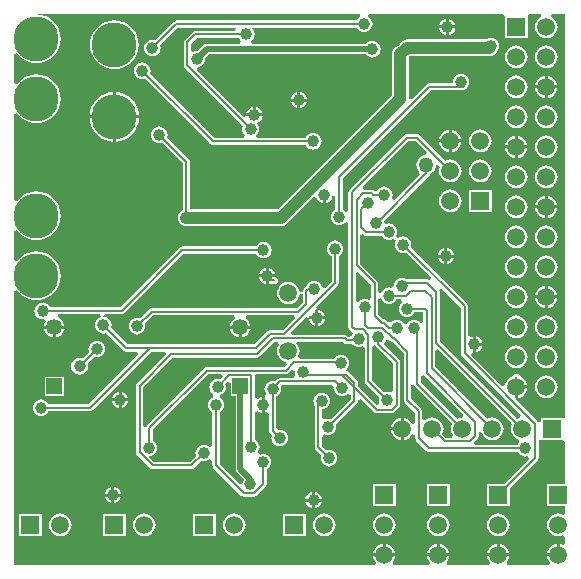
<source format=gbl>
%FSLAX25Y25*%
%MOIN*%
G70*
G01*
G75*
G04 Layer_Physical_Order=2*
G04 Layer_Color=16711680*
%ADD10R,0.04331X0.03937*%
%ADD11R,0.03937X0.04331*%
%ADD12R,0.06496X0.01181*%
%ADD13O,0.04921X0.01181*%
%ADD14O,0.02165X0.06496*%
%ADD15O,0.06496X0.02165*%
%ADD16R,0.08465X0.01575*%
%ADD17R,0.08465X0.01575*%
%ADD18R,0.15748X0.39370*%
%ADD19R,0.05906X0.05118*%
%ADD20O,0.07087X0.02362*%
%ADD21R,0.16535X0.16535*%
%ADD22C,0.03937*%
%ADD23C,0.00787*%
%ADD24C,0.01000*%
%ADD25C,0.01575*%
%ADD26C,0.01969*%
%ADD27C,0.01181*%
%ADD28C,0.07874*%
%ADD29C,0.01890*%
%ADD30C,0.00630*%
%ADD31C,0.03150*%
%ADD32C,0.01260*%
%ADD33C,0.05906*%
%ADD34C,0.05906*%
%ADD35R,0.05906X0.05906*%
%ADD36C,0.15000*%
%ADD37R,0.05906X0.05906*%
%ADD38R,0.05315X0.05315*%
%ADD39C,0.05315*%
%ADD40C,0.05000*%
%ADD41C,0.03937*%
G36*
X316649Y380648D02*
X317039Y380387D01*
X317500Y380296D01*
X319334D01*
X319534Y380034D01*
X320110Y379593D01*
X320781Y379315D01*
X321500Y379220D01*
X322219Y379315D01*
X322627Y379484D01*
X323445Y378937D01*
Y367850D01*
X323445Y367850D01*
X323537Y367390D01*
X323798Y366999D01*
X328292Y362505D01*
X328215Y362319D01*
X328120Y361600D01*
X328215Y360881D01*
X328376Y360492D01*
X327557Y359946D01*
X321204Y366299D01*
Y367299D01*
X321204Y367299D01*
X321113Y367760D01*
X320851Y368151D01*
X320851Y368151D01*
X318133Y370869D01*
X317743Y371130D01*
X317282Y371222D01*
X317282Y371222D01*
X317282Y371717D01*
X317565Y371935D01*
X318007Y372510D01*
X318285Y373181D01*
X318380Y373900D01*
X318285Y374619D01*
X318007Y375290D01*
X317565Y375866D01*
X316990Y376307D01*
X316319Y376585D01*
X315600Y376680D01*
X314881Y376585D01*
X314210Y376307D01*
X313634Y375866D01*
X313242Y375354D01*
X301838D01*
X301291Y376172D01*
X301644Y377024D01*
X301772Y378000D01*
X301644Y378976D01*
X301267Y379886D01*
X300668Y380667D01*
X300757Y380930D01*
X316367D01*
X316649Y380648D01*
D02*
G37*
G36*
X344114Y444183D02*
X344000Y443316D01*
X343142Y443203D01*
X342342Y442872D01*
X341655Y442345D01*
X341128Y441658D01*
X340797Y440858D01*
X340684Y440000D01*
X340797Y439142D01*
X341128Y438342D01*
X341655Y437655D01*
X341700Y437621D01*
X341764Y436639D01*
X333252Y428127D01*
X332434Y428674D01*
X332685Y429281D01*
X332780Y430000D01*
X332685Y430719D01*
X332407Y431390D01*
X331965Y431965D01*
X331390Y432407D01*
X330719Y432685D01*
X330000Y432780D01*
X329281Y432685D01*
X328610Y432407D01*
X328034Y431965D01*
X327593Y431390D01*
Y431390D01*
X326731Y431351D01*
X326341Y431612D01*
X325880Y431703D01*
X325880Y431703D01*
X323193D01*
X322816Y432613D01*
X337999Y447796D01*
X340501D01*
X344114Y444183D01*
D02*
G37*
G36*
X326504Y379955D02*
Y379955D01*
X327149Y379549D01*
X332896Y373801D01*
Y364797D01*
X332652Y364479D01*
X332077Y364095D01*
X331619Y364285D01*
X330900Y364380D01*
X330181Y364285D01*
X329995Y364208D01*
X325854Y368349D01*
Y379107D01*
X326504Y379955D01*
D01*
D02*
G37*
G36*
X294856Y380047D02*
X294733Y379886D01*
X294356Y378976D01*
X294228Y378000D01*
X294356Y377024D01*
X294733Y376114D01*
X295333Y375332D01*
X296114Y374733D01*
X297024Y374356D01*
X297184Y374335D01*
X297501Y373403D01*
X296702Y372604D01*
X270800D01*
X270339Y372513D01*
X269949Y372252D01*
X250748Y353051D01*
X250546Y352749D01*
X249604Y353034D01*
Y365801D01*
X259548Y375745D01*
X287550D01*
X287550Y375745D01*
X288011Y375837D01*
X288402Y376098D01*
X293234Y380930D01*
X294421D01*
X294856Y380047D01*
D02*
G37*
G36*
X276084Y369286D02*
X275317Y368519D01*
X275131Y368596D01*
X274412Y368691D01*
X273692Y368596D01*
X273022Y368318D01*
X272446Y367877D01*
X272005Y367301D01*
X271727Y366630D01*
X271632Y365911D01*
X271727Y365192D01*
X272005Y364521D01*
X272446Y363946D01*
X273022Y363504D01*
X273022Y362519D01*
X272510Y362307D01*
X271935Y361865D01*
X271493Y361290D01*
X271215Y360619D01*
X271120Y359900D01*
X271215Y359181D01*
X271493Y358510D01*
X271935Y357934D01*
X272510Y357493D01*
X272696Y357416D01*
Y346579D01*
X271765Y345866D01*
X271190Y346307D01*
X270519Y346585D01*
X269800Y346680D01*
X269081Y346585D01*
X268410Y346307D01*
X267834Y345866D01*
X267393Y345290D01*
X267115Y344619D01*
X267020Y343900D01*
X267115Y343181D01*
X267192Y342995D01*
X265201Y341004D01*
X253299D01*
X251561Y342742D01*
X251600Y342820D01*
X252319Y342915D01*
X252990Y343193D01*
X253566Y343635D01*
X254007Y344210D01*
X254285Y344881D01*
X254380Y345600D01*
X254285Y346319D01*
X254007Y346990D01*
X253566Y347566D01*
X252990Y348007D01*
X252804Y348084D01*
Y351701D01*
X271299Y370196D01*
X275708D01*
X276084Y369286D01*
D02*
G37*
G36*
X355596Y392301D02*
Y377100D01*
X355596Y377100D01*
X355687Y376639D01*
X355948Y376249D01*
X375588Y356609D01*
X375272Y355677D01*
X375024Y355644D01*
X374342Y355361D01*
X348503Y381200D01*
Y397559D01*
X348503Y397559D01*
X348412Y398020D01*
X348251Y398261D01*
X349011Y398886D01*
X355596Y392301D01*
D02*
G37*
G36*
X343298Y369599D02*
X356131Y356766D01*
X356066Y356276D01*
X355890Y355758D01*
X355024Y355644D01*
X354342Y355361D01*
X342204Y367499D01*
Y369541D01*
X343146Y369826D01*
X343298Y369599D01*
D02*
G37*
G36*
X339887Y366539D02*
X340148Y366148D01*
X352639Y353658D01*
X352356Y352976D01*
X352228Y352000D01*
X352356Y351024D01*
X352733Y350114D01*
X352907Y349887D01*
X352472Y349004D01*
X350699D01*
X349361Y350342D01*
X349644Y351024D01*
X349772Y352000D01*
X349644Y352976D01*
X349267Y353886D01*
X348668Y354667D01*
X347886Y355267D01*
X346976Y355644D01*
X346000Y355772D01*
X345024Y355644D01*
X344114Y355267D01*
X343587Y354863D01*
X342704Y355298D01*
Y357800D01*
X342613Y358261D01*
X342352Y358651D01*
X338904Y362099D01*
Y366461D01*
X339884Y366558D01*
X339887Y366539D01*
D02*
G37*
G36*
X278752Y367262D02*
Y362909D01*
X280394D01*
Y338600D01*
X280394Y338600D01*
X280496Y338088D01*
X280517Y337985D01*
X280865Y337465D01*
X280865Y337465D01*
X280865Y337465D01*
Y337465D01*
X283184Y335146D01*
X283065Y334991D01*
X282807Y334368D01*
X282752Y333950D01*
X281820Y333634D01*
X275104Y340349D01*
Y357416D01*
X275290Y357493D01*
X275866Y357934D01*
X276307Y358510D01*
X276585Y359181D01*
X276680Y359900D01*
X276585Y360619D01*
X276307Y361290D01*
X275866Y361865D01*
X275290Y362307D01*
X275290Y363292D01*
X275802Y363504D01*
X276377Y363946D01*
X276819Y364521D01*
X277097Y365192D01*
X277191Y365911D01*
X277097Y366630D01*
X277020Y366816D01*
X277843Y367639D01*
X278752Y367262D01*
D02*
G37*
G36*
X372639Y353658D02*
X372356Y352976D01*
X372228Y352000D01*
X372356Y351024D01*
X372733Y350114D01*
X373333Y349332D01*
X374114Y348733D01*
X375024Y348356D01*
X375024Y348356D01*
X375024D01*
X375034Y347465D01*
X374593Y346890D01*
X374516Y346704D01*
X360293D01*
X359917Y347614D01*
X361052Y348748D01*
X361052Y348748D01*
X361208Y348983D01*
X361313Y349139D01*
X361404Y349600D01*
Y350799D01*
X362370Y350991D01*
X362733Y350114D01*
X363333Y349332D01*
X364114Y348733D01*
X365024Y348356D01*
X366000Y348228D01*
X366976Y348356D01*
X367886Y348733D01*
X368668Y349332D01*
X369267Y350114D01*
X369644Y351024D01*
X369772Y352000D01*
X369644Y352976D01*
X369267Y353886D01*
X368668Y354667D01*
X367886Y355267D01*
X366976Y355644D01*
X366000Y355772D01*
X365024Y355644D01*
X364342Y355361D01*
X346929Y372774D01*
Y378082D01*
X347838Y378459D01*
X372639Y353658D01*
D02*
G37*
G36*
X323199Y416648D02*
X323199Y416648D01*
X323589Y416387D01*
X323590Y416387D01*
X323590Y416387D01*
D01*
X323590Y416387D01*
X323590Y416387D01*
X324050Y416296D01*
X329104D01*
X329535Y415734D01*
X330110Y415293D01*
X330781Y415015D01*
X331500Y414920D01*
X332219Y415015D01*
X332890Y415293D01*
X333010Y415385D01*
X333791Y414786D01*
X333515Y414119D01*
X333420Y413400D01*
X333515Y412681D01*
X333793Y412010D01*
X334234Y411435D01*
X334810Y410993D01*
X335481Y410715D01*
X336200Y410620D01*
X336919Y410715D01*
X337105Y410792D01*
X345609Y402288D01*
X344985Y401527D01*
X344743Y401688D01*
X344283Y401780D01*
X344283Y401780D01*
X337556D01*
X337390Y401907D01*
X336719Y402185D01*
X336000Y402280D01*
X335281Y402185D01*
X334610Y401907D01*
X334034Y401466D01*
X333593Y400890D01*
X333315Y400219D01*
X333226Y399544D01*
X332374Y399052D01*
X332294Y399085D01*
X331575Y399180D01*
X330855Y399085D01*
X330185Y398807D01*
X329609Y398365D01*
X329168Y397790D01*
X328970Y397312D01*
X328004Y397504D01*
Y400500D01*
X328004Y400500D01*
X327913Y400961D01*
X327652Y401351D01*
X327652Y401351D01*
X321980Y407023D01*
Y416581D01*
X322889Y416958D01*
X323199Y416648D01*
D02*
G37*
G36*
X325596Y400001D02*
Y395827D01*
X325081Y395157D01*
X324777Y394954D01*
X324219Y395185D01*
X323500Y395280D01*
X322781Y395185D01*
X322110Y394907D01*
X321534Y394465D01*
X321337Y394208D01*
X320405Y394525D01*
Y403906D01*
X321314Y404283D01*
X325596Y400001D01*
D02*
G37*
G36*
X390327Y355740D02*
X390327D01*
X389740D01*
X389631Y355740D01*
X389631Y355740D01*
Y355740D01*
X382260D01*
Y354349D01*
X381313Y354161D01*
X381051Y354552D01*
X381051Y354552D01*
X373794Y361809D01*
X374000Y362227D01*
X373500Y362293D01*
Y366001D01*
X373999D01*
Y366500D01*
X377707D01*
X377644Y366976D01*
X377267Y367886D01*
X376667Y368668D01*
X375886Y369267D01*
X375150Y369572D01*
X375113Y369761D01*
X374851Y370151D01*
X374461Y370413D01*
X374000Y370504D01*
X373539Y370413D01*
X373148Y370151D01*
X372887Y369761D01*
X372850Y369572D01*
X372114Y369267D01*
X371333Y368668D01*
X370733Y367886D01*
X370356Y366976D01*
X370300Y366551D01*
X369368Y366235D01*
X358990Y376613D01*
X359425Y377496D01*
X359500Y377486D01*
Y380199D01*
Y382914D01*
X359281Y382885D01*
X358823Y382695D01*
X358248Y383079D01*
X358004Y383397D01*
Y392800D01*
X358004Y392800D01*
X357913Y393261D01*
X357651Y393652D01*
X338808Y412495D01*
X338885Y412681D01*
X338980Y413400D01*
X338885Y414119D01*
X338607Y414790D01*
X338165Y415366D01*
X337590Y415807D01*
X336919Y416085D01*
X336200Y416180D01*
X335481Y416085D01*
X334810Y415807D01*
X334690Y415715D01*
X333909Y416314D01*
X334185Y416981D01*
X334280Y417700D01*
X334185Y418419D01*
X333907Y419090D01*
X333466Y419665D01*
X332890Y420107D01*
X332219Y420385D01*
X331500Y420480D01*
X330781Y420385D01*
X330709Y420356D01*
X329857Y420848D01*
X329801Y421270D01*
X344851Y436321D01*
X344851Y436321D01*
X345113Y436711D01*
X345113Y436711D01*
D01*
D01*
D01*
D01*
X345658Y437128D01*
X345658D01*
X345658Y437128D01*
X346345Y437655D01*
X346871Y438342D01*
X347203Y439142D01*
X347285Y439764D01*
X347782Y439933D01*
X348455Y439214D01*
X348356Y438976D01*
X348228Y438000D01*
X348356Y437024D01*
X348733Y436114D01*
X349332Y435332D01*
X350114Y434733D01*
X351024Y434356D01*
X352000Y434228D01*
X352976Y434356D01*
X353886Y434733D01*
X354667Y435332D01*
X355267Y436114D01*
X355644Y437024D01*
X355772Y438000D01*
X355644Y438976D01*
X355267Y439886D01*
X354667Y440667D01*
X353886Y441267D01*
X352976Y441644D01*
X352000Y441772D01*
X351024Y441644D01*
X350342Y441361D01*
X341851Y449852D01*
X341461Y450113D01*
X341000Y450204D01*
X341000Y450204D01*
X337500D01*
X337500Y450204D01*
X337039Y450113D01*
X336649Y449852D01*
X336649Y449852D01*
X318651Y431854D01*
X318349Y431652D01*
X318088Y431262D01*
X317997Y430801D01*
Y424722D01*
X317065Y424406D01*
X316865Y424665D01*
X316290Y425107D01*
X316104Y425184D01*
Y435401D01*
X345499Y464796D01*
X356155D01*
X356616Y464887D01*
X357006Y465148D01*
X357111Y465305D01*
X357540Y465634D01*
X357982Y466210D01*
X358260Y466881D01*
X358354Y467600D01*
X358260Y468319D01*
X357982Y468990D01*
X357540Y469565D01*
X356965Y470007D01*
X356294Y470285D01*
X355575Y470380D01*
X354855Y470285D01*
X354185Y470007D01*
X353609Y469565D01*
X353168Y468990D01*
X352890Y468319D01*
X352795Y467600D01*
X352448Y467204D01*
X345000D01*
X344539Y467113D01*
X344148Y466852D01*
X339202Y461905D01*
X338369Y462014D01*
X338126Y462115D01*
Y476220D01*
X365000D01*
X365719Y476315D01*
X366390Y476593D01*
X366966Y477035D01*
X367183Y477317D01*
X367465Y477534D01*
X367907Y478110D01*
X368185Y478781D01*
X368280Y479500D01*
X368185Y480219D01*
X367907Y480890D01*
X367465Y481465D01*
X366890Y481907D01*
X366219Y482185D01*
X365500Y482280D01*
X364781Y482185D01*
X364110Y481907D01*
X363944Y481780D01*
X337500D01*
X336781Y481685D01*
X336110Y481407D01*
X335535Y480966D01*
X335093Y480390D01*
X334815Y479719D01*
X334793Y479553D01*
X334627Y479531D01*
X333957Y479254D01*
X333381Y478812D01*
X332939Y478236D01*
X332661Y477566D01*
X332567Y476846D01*
Y463198D01*
X294549Y425180D01*
X265204D01*
Y441000D01*
X265113Y441461D01*
X264851Y441852D01*
X264851Y441852D01*
X257608Y449095D01*
X257685Y449281D01*
X257780Y450000D01*
X257685Y450719D01*
X257407Y451390D01*
X256965Y451966D01*
X256390Y452407D01*
X255719Y452685D01*
X255000Y452780D01*
X254281Y452685D01*
X253610Y452407D01*
X253034Y451966D01*
X252593Y451390D01*
X252315Y450719D01*
X252220Y450000D01*
X252315Y449281D01*
X252593Y448610D01*
X253034Y448034D01*
X253610Y447593D01*
X254281Y447315D01*
X255000Y447220D01*
X255719Y447315D01*
X255905Y447392D01*
X262796Y440501D01*
Y424884D01*
X262610Y424807D01*
X262035Y424366D01*
X261593Y423790D01*
X261315Y423119D01*
X261220Y422400D01*
X261315Y421681D01*
X261593Y421010D01*
X262035Y420435D01*
X262610Y419993D01*
X263281Y419715D01*
X264000Y419620D01*
X295700D01*
X296419Y419715D01*
X297090Y419993D01*
X297666Y420435D01*
X297666Y420435D01*
X297666Y420435D01*
X306453Y429222D01*
X307419Y429030D01*
X307593Y428610D01*
X308034Y428034D01*
X308610Y427593D01*
X309281Y427315D01*
X309500Y427286D01*
Y430001D01*
X310500D01*
Y427286D01*
X310719Y427315D01*
X311390Y427593D01*
X311965Y428034D01*
X312407Y428610D01*
X312685Y429281D01*
X312714Y429498D01*
X313696Y429434D01*
Y425184D01*
X313510Y425107D01*
X312934Y424665D01*
X312493Y424090D01*
X312215Y423419D01*
X312120Y422700D01*
X312215Y421981D01*
X312493Y421310D01*
X312934Y420735D01*
X313510Y420293D01*
X314181Y420015D01*
X314900Y419920D01*
X315619Y420015D01*
X316290Y420293D01*
X316865Y420735D01*
X317065Y420994D01*
X317997Y420678D01*
Y386067D01*
X317997Y386067D01*
X318088Y385606D01*
X318349Y385216D01*
X319267Y384298D01*
X319267Y384298D01*
X319267D01*
D01*
X319267Y384298D01*
X319534Y383965D01*
X319093Y383390D01*
X318911Y382950D01*
X317945Y382758D01*
X317718Y382985D01*
X317327Y383247D01*
X316866Y383338D01*
X316866Y383338D01*
X299327D01*
X298951Y384248D01*
X303815Y389112D01*
X304747Y388796D01*
X304720Y389000D01*
X304786Y389500D01*
X307000D01*
Y391714D01*
X307500Y391780D01*
X307382Y392679D01*
X314452Y399748D01*
X314452Y399748D01*
X314608Y399983D01*
X314713Y400139D01*
X314804Y400600D01*
X314804Y400600D01*
X314804Y400600D01*
Y400600D01*
Y409516D01*
X314990Y409593D01*
X315565Y410035D01*
X316007Y410610D01*
X316285Y411281D01*
X316380Y412000D01*
X316285Y412719D01*
X316007Y413390D01*
X315565Y413966D01*
X314990Y414407D01*
X314319Y414685D01*
X313600Y414780D01*
X312881Y414685D01*
X312210Y414407D01*
X311634Y413966D01*
X311193Y413390D01*
X310915Y412719D01*
X310820Y412000D01*
X310915Y411281D01*
X311193Y410610D01*
X311634Y410035D01*
X312210Y409593D01*
X312396Y409516D01*
Y401099D01*
X310127Y398830D01*
X309195Y399146D01*
X309185Y399219D01*
X308907Y399890D01*
X308466Y400465D01*
X307890Y400907D01*
X307219Y401185D01*
X306500Y401280D01*
X305781Y401185D01*
X305110Y400907D01*
X304535Y400465D01*
X304093Y399890D01*
X303944Y399532D01*
X303675Y399352D01*
X303674Y399352D01*
X303075Y398751D01*
X302813Y398361D01*
X302722Y397900D01*
Y397900D01*
Y397514D01*
X301740Y397449D01*
X301644Y398176D01*
X301267Y399086D01*
X300668Y399868D01*
X299886Y400467D01*
X298976Y400844D01*
X298000Y400972D01*
X297024Y400844D01*
X296114Y400467D01*
X295333Y399868D01*
X294733Y399086D01*
X294356Y398176D01*
X294228Y397200D01*
X294356Y396224D01*
X294733Y395314D01*
X295333Y394532D01*
X296114Y393933D01*
X297024Y393556D01*
X298000Y393428D01*
X298976Y393556D01*
X299886Y393933D01*
X300668Y394532D01*
X301267Y395314D01*
X301644Y396224D01*
X301740Y396951D01*
X302722Y396886D01*
Y394125D01*
X300801Y392204D01*
X252400D01*
X252400Y392204D01*
X251939Y392113D01*
X251549Y391851D01*
X251549Y391851D01*
X248505Y388808D01*
X248319Y388885D01*
X247600Y388980D01*
X246881Y388885D01*
X246210Y388607D01*
X245635Y388165D01*
X245193Y387590D01*
X244915Y386919D01*
X244820Y386200D01*
X244915Y385481D01*
X245193Y384810D01*
X245635Y384234D01*
X246210Y383793D01*
X246881Y383515D01*
X247600Y383420D01*
X248319Y383515D01*
X248990Y383793D01*
X249566Y384234D01*
X250007Y384810D01*
X250285Y385481D01*
X250380Y386200D01*
X250285Y386919D01*
X250208Y387105D01*
X252899Y389796D01*
X279872D01*
X280263Y388852D01*
X279543Y388299D01*
X278991Y387580D01*
X278644Y386742D01*
X278591Y386343D01*
X285409D01*
X285356Y386742D01*
X285009Y387580D01*
X284457Y388299D01*
X283737Y388852D01*
X284128Y389796D01*
X299807D01*
X300183Y388886D01*
X296210Y384913D01*
X291924D01*
X291463Y384821D01*
X291307Y384717D01*
X291073Y384560D01*
X291073Y384560D01*
X286641Y380129D01*
X251824D01*
X251824Y380129D01*
X251824Y380129D01*
X244421D01*
X238955Y385595D01*
X239032Y385781D01*
X239127Y386500D01*
X239032Y387219D01*
X238754Y387890D01*
X238313Y388465D01*
X237737Y388907D01*
X237066Y389185D01*
X236347Y389280D01*
Y389400D01*
X237043Y390096D01*
X242400D01*
X242400Y390096D01*
X242861Y390187D01*
X243251Y390448D01*
X263199Y410396D01*
X287216D01*
X287293Y410210D01*
X287735Y409634D01*
X288310Y409193D01*
X288981Y408915D01*
X289700Y408820D01*
X290419Y408915D01*
X291090Y409193D01*
X291666Y409634D01*
X292107Y410210D01*
X292385Y410881D01*
X292480Y411600D01*
X292385Y412319D01*
X292107Y412990D01*
X291666Y413565D01*
X291090Y414007D01*
X290419Y414285D01*
X289700Y414380D01*
X288981Y414285D01*
X288310Y414007D01*
X287735Y413565D01*
X287293Y412990D01*
X287216Y412804D01*
X262700D01*
X262700Y412804D01*
X262239Y412713D01*
X261848Y412452D01*
X261848Y412452D01*
X241901Y392504D01*
X218584D01*
X218507Y392690D01*
X218066Y393266D01*
X217490Y393707D01*
X216819Y393985D01*
X216100Y394080D01*
X215381Y393985D01*
X214710Y393707D01*
X214135Y393266D01*
X213693Y392690D01*
X213415Y392019D01*
X213320Y391300D01*
X213415Y390581D01*
X213693Y389910D01*
X214135Y389335D01*
X214710Y388893D01*
X215381Y388615D01*
X216100Y388520D01*
X216619Y388589D01*
X217111Y387736D01*
X216991Y387580D01*
X216644Y386742D01*
X216591Y386343D01*
X223409D01*
X223356Y386742D01*
X223009Y387580D01*
X222457Y388299D01*
X221737Y388852D01*
X221064Y389130D01*
X221256Y390096D01*
X235304D01*
X235367Y389776D01*
X235367D01*
X235496Y389130D01*
X234957Y388907D01*
X234382Y388465D01*
X233940Y387890D01*
X233662Y387219D01*
X233567Y386500D01*
X233662Y385781D01*
X233940Y385110D01*
X234382Y384535D01*
X234957Y384093D01*
X235628Y383815D01*
X236347Y383720D01*
X237066Y383815D01*
X237252Y383892D01*
X243071Y378073D01*
X243071Y378073D01*
X243462Y377812D01*
X243462Y377812D01*
X243462Y377812D01*
D01*
X243462Y377812D01*
X243462Y377812D01*
X243923Y377720D01*
X243923Y377720D01*
X247631D01*
X248008Y376811D01*
X231401Y360204D01*
X217984D01*
X217907Y360390D01*
X217465Y360965D01*
X216890Y361407D01*
X216219Y361685D01*
X215500Y361780D01*
X214781Y361685D01*
X214110Y361407D01*
X213534Y360965D01*
X213093Y360390D01*
X212815Y359719D01*
X212720Y359000D01*
X212815Y358281D01*
X213093Y357610D01*
X213534Y357034D01*
X214110Y356593D01*
X214781Y356315D01*
X215500Y356220D01*
X216219Y356315D01*
X216890Y356593D01*
X217465Y357034D01*
X217907Y357610D01*
X217984Y357796D01*
X231900D01*
X231900Y357796D01*
X232361Y357887D01*
X232751Y358149D01*
X252323Y377720D01*
X256831D01*
X257208Y376811D01*
X247549Y367151D01*
X247287Y366761D01*
X247196Y366300D01*
X247196Y366300D01*
Y344200D01*
X247196Y344200D01*
X247287Y343739D01*
X247549Y343349D01*
X251948Y338948D01*
X252339Y338687D01*
X252800Y338596D01*
X252800Y338596D01*
X265700D01*
X265700Y338596D01*
X266161Y338687D01*
X266551Y338948D01*
X268895Y341292D01*
X269081Y341215D01*
X269800Y341120D01*
X270519Y341215D01*
X271190Y341493D01*
X271765Y341934D01*
X272696Y341221D01*
Y339850D01*
X272696Y339850D01*
X272787Y339390D01*
X273048Y338999D01*
X282348Y329699D01*
X282348Y329699D01*
X282739Y329438D01*
X282739Y329438D01*
X282739Y329438D01*
D01*
X282739Y329438D01*
X282739Y329438D01*
X283200Y329346D01*
X283200Y329346D01*
X286400D01*
X286400Y329346D01*
X286861Y329438D01*
X287251Y329699D01*
X290452Y332899D01*
X290452Y332899D01*
X290608Y333133D01*
X290713Y333290D01*
X290804Y333750D01*
X290804Y333750D01*
X290804Y333750D01*
Y333750D01*
Y338416D01*
X290990Y338493D01*
X291565Y338934D01*
X292007Y339510D01*
X292285Y340181D01*
X292380Y340900D01*
X292285Y341619D01*
X292007Y342290D01*
X291565Y342865D01*
X290990Y343307D01*
X290319Y343585D01*
X289600Y343680D01*
X288881Y343585D01*
X288447Y343405D01*
X287847Y344186D01*
X288049Y344449D01*
X288327Y345119D01*
X288422Y345839D01*
X288327Y346558D01*
X288049Y347228D01*
X287607Y347804D01*
X287032Y348246D01*
X286846Y348323D01*
Y357430D01*
X287201Y357702D01*
X287729Y357962D01*
X288210Y357593D01*
X288881Y357315D01*
X289100Y357286D01*
Y359999D01*
Y362714D01*
X288881Y362685D01*
X288210Y362407D01*
X287729Y362038D01*
X287201Y362298D01*
X286846Y362571D01*
Y369799D01*
X287172Y370196D01*
X297201D01*
X297201Y370196D01*
X297662Y370287D01*
X298052Y370549D01*
X299223Y371719D01*
X300106Y371284D01*
X300068Y371000D01*
X300163Y370281D01*
X300353Y369823D01*
X299969Y369248D01*
X299651Y369004D01*
X295318D01*
X294857Y368913D01*
X294467Y368652D01*
X294467Y368652D01*
X293705Y367890D01*
X293519Y367967D01*
X292800Y368061D01*
X292081Y367967D01*
X291410Y367689D01*
X290834Y367247D01*
X290393Y366672D01*
X290115Y366001D01*
X290020Y365282D01*
X290115Y364562D01*
X290393Y363892D01*
X290648Y363559D01*
X290156Y362706D01*
X290100Y362714D01*
Y359999D01*
Y357286D01*
X290319Y357315D01*
X290777Y357505D01*
X291352Y357121D01*
X291596Y356803D01*
Y351300D01*
X291596Y351300D01*
X291687Y350839D01*
X291949Y350448D01*
X292492Y349905D01*
X292415Y349719D01*
X292320Y349000D01*
X292415Y348281D01*
X292693Y347610D01*
X293134Y347035D01*
X293710Y346593D01*
X294381Y346315D01*
X295100Y346220D01*
X295819Y346315D01*
X296490Y346593D01*
X297065Y347035D01*
X297507Y347610D01*
X297785Y348281D01*
X297880Y349000D01*
X297785Y349719D01*
X297507Y350390D01*
X297065Y350965D01*
X296490Y351407D01*
X295819Y351685D01*
X295100Y351780D01*
X294744Y351733D01*
X294142Y352261D01*
X294004Y352593D01*
Y362798D01*
X294190Y362875D01*
X294765Y363316D01*
X295207Y363892D01*
X295485Y364562D01*
X295580Y365282D01*
X295485Y366001D01*
X295408Y366187D01*
X295817Y366596D01*
X312299D01*
X312477Y366522D01*
X313061Y365856D01*
X313019Y365539D01*
X313114Y364819D01*
X313392Y364149D01*
X313834Y363573D01*
X314409Y363131D01*
X315080Y362854D01*
X315799Y362759D01*
X316519Y362854D01*
X317189Y363131D01*
X317765Y363573D01*
X317864Y363702D01*
X318796Y363386D01*
Y361899D01*
X312105Y355208D01*
X311919Y355285D01*
X311200Y355380D01*
X310481Y355285D01*
X310023Y355095D01*
X309448Y355479D01*
X309204Y355797D01*
Y358434D01*
X309819Y358515D01*
X310490Y358793D01*
X311066Y359234D01*
X311507Y359810D01*
X311785Y360481D01*
X311880Y361200D01*
X311785Y361919D01*
X311507Y362590D01*
X311066Y363165D01*
X310490Y363607D01*
X309819Y363885D01*
X309100Y363980D01*
X308381Y363885D01*
X307710Y363607D01*
X307135Y363165D01*
X306693Y362590D01*
X306415Y361919D01*
X306320Y361200D01*
X306415Y360481D01*
X306693Y359810D01*
X306796Y359676D01*
Y345800D01*
X306796Y345800D01*
X306887Y345339D01*
X307149Y344949D01*
X308992Y343105D01*
X308915Y342919D01*
X308820Y342200D01*
X308915Y341481D01*
X309193Y340810D01*
X309634Y340234D01*
X310210Y339793D01*
X310881Y339515D01*
X311600Y339420D01*
X312319Y339515D01*
X312990Y339793D01*
X313565Y340234D01*
X314007Y340810D01*
X314285Y341481D01*
X314380Y342200D01*
X314285Y342919D01*
X314007Y343590D01*
X313565Y344165D01*
X312990Y344607D01*
X312319Y344885D01*
X311600Y344980D01*
X310881Y344885D01*
X310695Y344808D01*
X309204Y346299D01*
Y349403D01*
X309448Y349721D01*
X310023Y350105D01*
X310481Y349915D01*
X311200Y349820D01*
X311919Y349915D01*
X312590Y350193D01*
X313165Y350635D01*
X313607Y351210D01*
X313885Y351881D01*
X313980Y352600D01*
X313885Y353319D01*
X313808Y353505D01*
X320851Y360548D01*
X321113Y360939D01*
X321204Y361400D01*
X321204Y361400D01*
Y361607D01*
X322114Y361983D01*
X326549Y357548D01*
X326939Y357287D01*
X327400Y357196D01*
X327400Y357196D01*
X332500D01*
X332500Y357196D01*
X332961Y357287D01*
X333351Y357548D01*
X334951Y359149D01*
X335213Y359539D01*
X335304Y360000D01*
X335304Y360000D01*
X335304Y360000D01*
Y360000D01*
Y374300D01*
X335213Y374761D01*
X334951Y375151D01*
X334951Y375151D01*
X329941Y380162D01*
X329965Y380535D01*
X330407Y381110D01*
X330576Y381518D01*
X331541Y381710D01*
X332003Y381248D01*
X332003Y381248D01*
X332393Y380987D01*
X332393Y380987D01*
X332393Y380987D01*
D01*
X332393Y380987D01*
X332393Y380987D01*
X332663Y380934D01*
X336496Y377101D01*
Y361600D01*
X336496Y361600D01*
X336587Y361139D01*
X336848Y360749D01*
X340296Y357301D01*
Y353925D01*
X339330Y353733D01*
X339267Y353886D01*
X338667Y354667D01*
X337886Y355267D01*
X336976Y355644D01*
X336500Y355707D01*
Y351999D01*
Y348293D01*
X336976Y348356D01*
X337886Y348733D01*
X338667Y349332D01*
X339267Y350114D01*
X339330Y350267D01*
X340296Y350075D01*
Y348800D01*
X340296Y348800D01*
X340387Y348339D01*
X340649Y347949D01*
X343949Y344649D01*
X343949Y344649D01*
X344183Y344492D01*
X344339Y344387D01*
X344800Y344296D01*
X374516D01*
X374593Y344110D01*
X375034Y343534D01*
X375610Y343093D01*
X376281Y342815D01*
X377000Y342720D01*
X377719Y342815D01*
X377766Y342834D01*
X378313Y342016D01*
X370037Y333740D01*
X364260D01*
Y326260D01*
X371740D01*
Y332037D01*
X381051Y341349D01*
X381051Y341349D01*
X381313Y341739D01*
X381404Y342200D01*
X381404Y342200D01*
Y348260D01*
X382260D01*
Y348260D01*
X389631D01*
X390327Y347564D01*
Y333740D01*
X384260D01*
Y326260D01*
X390327D01*
Y323970D01*
X389509Y323423D01*
X388976Y323644D01*
X388000Y323772D01*
X387024Y323644D01*
X386114Y323267D01*
X385332Y322668D01*
X384733Y321886D01*
X384356Y320976D01*
X384228Y320000D01*
X384356Y319024D01*
X384733Y318114D01*
X385332Y317333D01*
X386114Y316733D01*
X387024Y316356D01*
X388000Y316228D01*
X388976Y316356D01*
X389509Y316577D01*
X390327Y316030D01*
Y313970D01*
X389509Y313423D01*
X388976Y313644D01*
X388500Y313707D01*
Y309999D01*
X388001D01*
Y309500D01*
X384293D01*
X384356Y309024D01*
X384733Y308114D01*
X385276Y307406D01*
X385074Y306995D01*
X384712Y306523D01*
X371288D01*
X370926Y306995D01*
X370724Y307406D01*
X371267Y308114D01*
X371644Y309024D01*
X371707Y309500D01*
X364293D01*
X364356Y309024D01*
X364733Y308114D01*
X365276Y307406D01*
X365074Y306995D01*
X364711Y306523D01*
X351289D01*
X350926Y306995D01*
X350724Y307406D01*
X351267Y308114D01*
X351644Y309024D01*
X351707Y309500D01*
X344293D01*
X344356Y309024D01*
X344733Y308114D01*
X345276Y307406D01*
X345074Y306995D01*
X344711Y306523D01*
X333289D01*
X332926Y306995D01*
X332724Y307406D01*
X333267Y308114D01*
X333644Y309024D01*
X333707Y309500D01*
X326293D01*
X326356Y309024D01*
X326733Y308114D01*
X327276Y307406D01*
X327074Y306995D01*
X326712Y306523D01*
X206523D01*
Y397897D01*
X207450Y398228D01*
X208251Y397251D01*
X209483Y396240D01*
X210889Y395489D01*
X212414Y395026D01*
X214000Y394870D01*
X215586Y395026D01*
X217111Y395489D01*
X218517Y396240D01*
X219749Y397251D01*
X220760Y398483D01*
X221511Y399889D01*
X221973Y401414D01*
X222130Y403000D01*
X221973Y404586D01*
X221511Y406111D01*
X220760Y407517D01*
X219749Y408749D01*
X218517Y409760D01*
X217111Y410511D01*
X215586Y410974D01*
X214000Y411130D01*
X212414Y410974D01*
X210889Y410511D01*
X209483Y409760D01*
X208251Y408749D01*
X207450Y407772D01*
X206523Y408103D01*
Y417897D01*
X207450Y418228D01*
X208251Y417251D01*
X209483Y416240D01*
X210889Y415489D01*
X212414Y415027D01*
X214000Y414870D01*
X215586Y415027D01*
X217111Y415489D01*
X218517Y416240D01*
X219749Y417251D01*
X220760Y418483D01*
X221511Y419889D01*
X221973Y421414D01*
X222130Y423000D01*
X221973Y424586D01*
X221511Y426111D01*
X220760Y427517D01*
X219749Y428749D01*
X218517Y429760D01*
X217111Y430511D01*
X215586Y430973D01*
X214000Y431130D01*
X212414Y430973D01*
X210889Y430511D01*
X209483Y429760D01*
X208251Y428749D01*
X207450Y427772D01*
X206523Y428103D01*
Y456897D01*
X207450Y457228D01*
X208251Y456251D01*
X209483Y455240D01*
X210889Y454489D01*
X212414Y454027D01*
X214000Y453870D01*
X215586Y454027D01*
X217111Y454489D01*
X218517Y455240D01*
X219749Y456251D01*
X220760Y457483D01*
X221511Y458889D01*
X221973Y460414D01*
X222130Y462000D01*
X221973Y463586D01*
X221511Y465111D01*
X220760Y466517D01*
X219749Y467749D01*
X218517Y468760D01*
X217111Y469511D01*
X215586Y469974D01*
X214000Y470130D01*
X212414Y469974D01*
X210889Y469511D01*
X209483Y468760D01*
X208251Y467749D01*
X207450Y466772D01*
X206523Y467103D01*
Y476897D01*
X207450Y477228D01*
X208251Y476251D01*
X209483Y475240D01*
X210889Y474489D01*
X212414Y474026D01*
X214000Y473870D01*
X215586Y474026D01*
X217111Y474489D01*
X218517Y475240D01*
X219749Y476251D01*
X220760Y477483D01*
X221511Y478889D01*
X221973Y480414D01*
X222130Y482000D01*
X221973Y483586D01*
X221511Y485111D01*
X220760Y486517D01*
X219749Y487749D01*
X218517Y488760D01*
X217111Y489511D01*
X215586Y489973D01*
X214000Y490130D01*
X214198Y490327D01*
X321850D01*
X322042Y489362D01*
X321910Y489307D01*
X321335Y488866D01*
X320893Y488290D01*
X320816Y488104D01*
X260700D01*
X260700Y488104D01*
X260239Y488013D01*
X259848Y487751D01*
X253605Y481508D01*
X253419Y481585D01*
X252700Y481680D01*
X251981Y481585D01*
X251310Y481307D01*
X250734Y480865D01*
X250293Y480290D01*
X250015Y479619D01*
X249920Y478900D01*
X250015Y478181D01*
X250293Y477510D01*
X250734Y476934D01*
X251310Y476493D01*
X251981Y476215D01*
X252700Y476120D01*
X253419Y476215D01*
X254090Y476493D01*
X254665Y476934D01*
X255107Y477510D01*
X255385Y478181D01*
X255480Y478900D01*
X255385Y479619D01*
X255308Y479805D01*
X261199Y485696D01*
X280542D01*
X280620Y485636D01*
X280304Y484704D01*
X266913D01*
X266913Y484704D01*
X266452Y484613D01*
X266062Y484351D01*
X266062Y484351D01*
X263453Y481742D01*
X263191Y481352D01*
X263100Y480891D01*
X263100Y480891D01*
Y473096D01*
X263100Y473096D01*
X263191Y472635D01*
X263453Y472245D01*
X282792Y452905D01*
X282715Y452719D01*
X282620Y452000D01*
X282715Y451281D01*
X282993Y450610D01*
X283435Y450035D01*
X283562Y449936D01*
X283246Y449004D01*
X273399D01*
X251908Y470495D01*
X251985Y470681D01*
X252080Y471400D01*
X251985Y472119D01*
X251707Y472790D01*
X251266Y473365D01*
X250690Y473807D01*
X250019Y474085D01*
X249300Y474180D01*
X248581Y474085D01*
X247910Y473807D01*
X247335Y473365D01*
X246893Y472790D01*
X246615Y472119D01*
X246520Y471400D01*
X246615Y470681D01*
X246893Y470010D01*
X247335Y469434D01*
X247910Y468993D01*
X248581Y468715D01*
X249300Y468620D01*
X250019Y468715D01*
X250205Y468792D01*
X272048Y446948D01*
X272439Y446687D01*
X272900Y446596D01*
X272900Y446596D01*
X303816D01*
X303893Y446410D01*
X304334Y445834D01*
X304910Y445393D01*
X305581Y445115D01*
X306300Y445020D01*
X307019Y445115D01*
X307690Y445393D01*
X308265Y445834D01*
X308707Y446410D01*
X308985Y447081D01*
X309080Y447800D01*
X308985Y448519D01*
X308707Y449190D01*
X308265Y449765D01*
X307690Y450207D01*
X307019Y450485D01*
X306300Y450580D01*
X305581Y450485D01*
X304910Y450207D01*
X304334Y449765D01*
X303893Y449190D01*
X303816Y449004D01*
X287554D01*
X287238Y449936D01*
X287366Y450035D01*
X287807Y450610D01*
X288085Y451281D01*
X288180Y452000D01*
X288085Y452719D01*
X287807Y453390D01*
X287414Y453902D01*
X287419Y453915D01*
X288090Y454193D01*
X288666Y454635D01*
X289107Y455210D01*
X289385Y455881D01*
X289414Y456100D01*
X283986D01*
X283935Y456486D01*
X283053Y456050D01*
X267405Y471698D01*
X267500Y472420D01*
X268219Y472515D01*
X268890Y472793D01*
X269465Y473235D01*
X269907Y473810D01*
X270185Y474481D01*
X270280Y475200D01*
X270253Y475399D01*
X271648Y476794D01*
X323836D01*
X324035Y476535D01*
X324610Y476093D01*
X325281Y475815D01*
X326000Y475720D01*
X326719Y475815D01*
X327390Y476093D01*
X327965Y476535D01*
X328407Y477110D01*
X328685Y477781D01*
X328780Y478500D01*
X328685Y479219D01*
X328407Y479890D01*
X327965Y480466D01*
X327390Y480907D01*
X326719Y481185D01*
X326000Y481280D01*
X325281Y481185D01*
X324610Y480907D01*
X324035Y480466D01*
X323989Y480406D01*
X286026D01*
X285710Y481338D01*
X285965Y481534D01*
X286407Y482110D01*
X286685Y482781D01*
X286780Y483500D01*
X286685Y484219D01*
X286407Y484890D01*
X285965Y485465D01*
X286044Y485696D01*
X320816D01*
X320893Y485510D01*
X321335Y484935D01*
X321910Y484493D01*
X322581Y484215D01*
X323300Y484120D01*
X324019Y484215D01*
X324690Y484493D01*
X325266Y484935D01*
X325707Y485510D01*
X325985Y486181D01*
X326080Y486900D01*
X325985Y487619D01*
X325707Y488290D01*
X325266Y488866D01*
X324690Y489307D01*
X324558Y489362D01*
X324750Y490327D01*
X369564D01*
X370260Y489631D01*
Y482260D01*
X377740D01*
Y489631D01*
X377740Y489631D01*
D01*
X377740Y489740D01*
D01*
X378327Y490327D01*
X382151D01*
X382343Y489362D01*
X382114Y489267D01*
X381332Y488667D01*
X380733Y487886D01*
X380356Y486976D01*
X380228Y486000D01*
X380356Y485024D01*
X380733Y484114D01*
X381332Y483332D01*
X382114Y482733D01*
X383024Y482356D01*
X384000Y482228D01*
X384976Y482356D01*
X385886Y482733D01*
X386667Y483332D01*
X387267Y484114D01*
X387644Y485024D01*
X387772Y486000D01*
X387644Y486976D01*
X387267Y487886D01*
X386667Y488667D01*
X385886Y489267D01*
X385657Y489362D01*
X385849Y490327D01*
X390327D01*
Y355740D01*
D02*
G37*
G36*
X281593Y482110D02*
X282034Y481534D01*
X282290Y481338D01*
X281974Y480406D01*
X270900D01*
X270209Y480269D01*
X269623Y479877D01*
X267699Y477953D01*
X267500Y477980D01*
X266781Y477885D01*
X266327Y477697D01*
X265741Y478088D01*
X265508Y478392D01*
Y480392D01*
X267412Y482296D01*
X281516D01*
X281593Y482110D01*
D02*
G37*
G36*
X329168Y395010D02*
X329609Y394434D01*
X330185Y393993D01*
X330855Y393715D01*
X331575Y393620D01*
X332294Y393715D01*
X332965Y393993D01*
X333540Y394434D01*
X333982Y395010D01*
X334038Y395146D01*
X335542D01*
X335858Y394214D01*
X335535Y393966D01*
X335093Y393390D01*
X334815Y392719D01*
X334720Y392000D01*
X334815Y391281D01*
X335093Y390610D01*
X335535Y390035D01*
X336110Y389593D01*
X336781Y389315D01*
X337500Y389220D01*
X338219Y389315D01*
X338890Y389593D01*
X339465Y390035D01*
X339907Y390610D01*
X339984Y390796D01*
X342926D01*
X342945Y390776D01*
Y387720D01*
X342013Y387403D01*
X341966Y387466D01*
X341390Y387907D01*
X340719Y388185D01*
X340000Y388280D01*
X339281Y388185D01*
X338610Y387907D01*
X338035Y387466D01*
X337681Y387004D01*
X336696D01*
X336265Y387565D01*
X335690Y388007D01*
X335019Y388285D01*
X334300Y388380D01*
X333581Y388285D01*
X332910Y388007D01*
X332334Y387565D01*
X331381Y387503D01*
X330808Y388076D01*
X330418Y388337D01*
X329957Y388429D01*
X329957Y388429D01*
X329574D01*
X328004Y389999D01*
Y395296D01*
X328970Y395488D01*
X329168Y395010D01*
D02*
G37*
%LPC*%
G36*
X241400Y364314D02*
X241181Y364285D01*
X240510Y364007D01*
X239934Y363565D01*
X239493Y362990D01*
X239215Y362319D01*
X239186Y362100D01*
X241400D01*
Y364314D01*
D02*
G37*
G36*
X307000Y388500D02*
X304786D01*
X304815Y388281D01*
X305093Y387610D01*
X305535Y387035D01*
X306110Y386593D01*
X306781Y386315D01*
X307000Y386286D01*
Y388500D01*
D02*
G37*
G36*
X242400Y364314D02*
Y362100D01*
X244614D01*
X244585Y362319D01*
X244307Y362990D01*
X243865Y363565D01*
X243290Y364007D01*
X242619Y364285D01*
X242400Y364314D01*
D02*
G37*
G36*
X384000Y369772D02*
X383024Y369644D01*
X382114Y369267D01*
X381332Y368668D01*
X380733Y367886D01*
X380356Y366976D01*
X380228Y366000D01*
X380356Y365024D01*
X380733Y364114D01*
X381332Y363333D01*
X382114Y362733D01*
X383024Y362356D01*
X384000Y362228D01*
X384976Y362356D01*
X385886Y362733D01*
X386667Y363333D01*
X387267Y364114D01*
X387644Y365024D01*
X387772Y366000D01*
X387644Y366976D01*
X387267Y367886D01*
X386667Y368668D01*
X385886Y369267D01*
X384976Y369644D01*
X384000Y369772D01*
D02*
G37*
G36*
X310214Y388500D02*
X308000D01*
Y386286D01*
X308219Y386315D01*
X308890Y386593D01*
X309466Y387035D01*
X309907Y387610D01*
X310185Y388281D01*
X310214Y388500D01*
D02*
G37*
G36*
X241400Y361100D02*
X239186D01*
X239215Y360881D01*
X239493Y360210D01*
X239934Y359634D01*
X240510Y359193D01*
X241181Y358915D01*
X241400Y358886D01*
Y361100D01*
D02*
G37*
G36*
X308000Y391714D02*
Y389500D01*
X310214D01*
X310185Y389719D01*
X309907Y390390D01*
X309466Y390966D01*
X308890Y391407D01*
X308219Y391685D01*
X308000Y391714D01*
D02*
G37*
G36*
X244614Y361100D02*
X242400D01*
Y358886D01*
X242619Y358915D01*
X243290Y359193D01*
X243865Y359634D01*
X244307Y360210D01*
X244585Y360881D01*
X244614Y361100D01*
D02*
G37*
G36*
X377707Y365500D02*
X374500D01*
Y362293D01*
X374976Y362356D01*
X375886Y362733D01*
X376667Y363333D01*
X377267Y364114D01*
X377644Y365024D01*
X377707Y365500D01*
D02*
G37*
G36*
X360500Y382914D02*
Y380700D01*
X362714D01*
X362685Y380919D01*
X362407Y381590D01*
X361965Y382166D01*
X361390Y382607D01*
X360719Y382885D01*
X360500Y382914D01*
D02*
G37*
G36*
X362714Y379700D02*
X360500D01*
Y377486D01*
X360719Y377515D01*
X361390Y377793D01*
X361965Y378235D01*
X362407Y378810D01*
X362685Y379481D01*
X362714Y379700D01*
D02*
G37*
G36*
X234159Y381339D02*
X233440Y381244D01*
X232769Y380966D01*
X232193Y380524D01*
X231752Y379949D01*
X231474Y379278D01*
X231379Y378559D01*
X231474Y377840D01*
X231551Y377654D01*
X229305Y375408D01*
X229119Y375485D01*
X228400Y375580D01*
X227681Y375485D01*
X227010Y375207D01*
X226434Y374765D01*
X225993Y374190D01*
X225715Y373519D01*
X225620Y372800D01*
X225715Y372081D01*
X225993Y371410D01*
X226434Y370834D01*
X227010Y370393D01*
X227681Y370115D01*
X228400Y370020D01*
X229119Y370115D01*
X229790Y370393D01*
X230365Y370834D01*
X230807Y371410D01*
X231085Y372081D01*
X231180Y372800D01*
X231085Y373519D01*
X231008Y373705D01*
X233254Y375951D01*
X233440Y375874D01*
X234159Y375779D01*
X234878Y375874D01*
X235549Y376152D01*
X236124Y376593D01*
X236566Y377169D01*
X236844Y377840D01*
X236939Y378559D01*
X236844Y379278D01*
X236566Y379949D01*
X236124Y380524D01*
X235549Y380966D01*
X234878Y381244D01*
X234159Y381339D01*
D02*
G37*
G36*
X219500Y385343D02*
X216591D01*
X216644Y384943D01*
X216991Y384105D01*
X217543Y383386D01*
X218263Y382834D01*
X219101Y382486D01*
X219500Y382434D01*
Y385343D01*
D02*
G37*
G36*
X384000Y389772D02*
X383024Y389644D01*
X382114Y389267D01*
X381332Y388667D01*
X380733Y387886D01*
X380356Y386976D01*
X380228Y386000D01*
X380356Y385024D01*
X380733Y384114D01*
X381332Y383332D01*
X382114Y382733D01*
X383024Y382356D01*
X384000Y382228D01*
X384976Y382356D01*
X385886Y382733D01*
X386667Y383332D01*
X387267Y384114D01*
X387644Y385024D01*
X387772Y386000D01*
X387644Y386976D01*
X387267Y387886D01*
X386667Y388667D01*
X385886Y389267D01*
X384976Y389644D01*
X384000Y389772D01*
D02*
G37*
G36*
X374000D02*
X373024Y389644D01*
X372114Y389267D01*
X371333Y388667D01*
X370733Y387886D01*
X370356Y386976D01*
X370228Y386000D01*
X370356Y385024D01*
X370733Y384114D01*
X371333Y383332D01*
X372114Y382733D01*
X373024Y382356D01*
X374000Y382228D01*
X374976Y382356D01*
X375886Y382733D01*
X376667Y383332D01*
X377267Y384114D01*
X377644Y385024D01*
X377772Y386000D01*
X377644Y386976D01*
X377267Y387886D01*
X376667Y388667D01*
X375886Y389267D01*
X374976Y389644D01*
X374000Y389772D01*
D02*
G37*
G36*
X281500Y385343D02*
X278591D01*
X278644Y384943D01*
X278991Y384105D01*
X279543Y383386D01*
X280263Y382834D01*
X281101Y382486D01*
X281500Y382434D01*
Y385343D01*
D02*
G37*
G36*
X285409D02*
X282500D01*
Y382434D01*
X282899Y382486D01*
X283737Y382834D01*
X284457Y383386D01*
X285009Y384105D01*
X285356Y384943D01*
X285409Y385343D01*
D02*
G37*
G36*
X223248Y369405D02*
X216752D01*
Y362909D01*
X223248D01*
Y369405D01*
D02*
G37*
G36*
X223409Y385343D02*
X220500D01*
Y382434D01*
X220899Y382486D01*
X221737Y382834D01*
X222457Y383386D01*
X223009Y384105D01*
X223356Y384943D01*
X223409Y385343D01*
D02*
G37*
G36*
X384000Y379772D02*
X383024Y379644D01*
X382114Y379267D01*
X381332Y378667D01*
X380733Y377886D01*
X380356Y376976D01*
X380228Y376000D01*
X380356Y375024D01*
X380733Y374114D01*
X381332Y373333D01*
X382114Y372733D01*
X383024Y372356D01*
X384000Y372228D01*
X384976Y372356D01*
X385886Y372733D01*
X386667Y373333D01*
X387267Y374114D01*
X387644Y375024D01*
X387772Y376000D01*
X387644Y376976D01*
X387267Y377886D01*
X386667Y378667D01*
X385886Y379267D01*
X384976Y379644D01*
X384000Y379772D01*
D02*
G37*
G36*
X374000D02*
X373024Y379644D01*
X372114Y379267D01*
X371333Y378667D01*
X370733Y377886D01*
X370356Y376976D01*
X370228Y376000D01*
X370356Y375024D01*
X370733Y374114D01*
X371333Y373333D01*
X372114Y372733D01*
X373024Y372356D01*
X374000Y372228D01*
X374976Y372356D01*
X375886Y372733D01*
X376667Y373333D01*
X377267Y374114D01*
X377644Y375024D01*
X377772Y376000D01*
X377644Y376976D01*
X377267Y377886D01*
X376667Y378667D01*
X375886Y379267D01*
X374976Y379644D01*
X374000Y379772D01*
D02*
G37*
G36*
X310000Y323772D02*
X309024Y323644D01*
X308114Y323267D01*
X307332Y322668D01*
X306733Y321886D01*
X306356Y320976D01*
X306228Y320000D01*
X306356Y319024D01*
X306733Y318114D01*
X307332Y317333D01*
X308114Y316733D01*
X309024Y316356D01*
X310000Y316228D01*
X310976Y316356D01*
X311886Y316733D01*
X312667Y317333D01*
X313267Y318114D01*
X313644Y319024D01*
X313772Y320000D01*
X313644Y320976D01*
X313267Y321886D01*
X312667Y322668D01*
X311886Y323267D01*
X310976Y323644D01*
X310000Y323772D01*
D02*
G37*
G36*
X280000D02*
X279024Y323644D01*
X278114Y323267D01*
X277332Y322668D01*
X276733Y321886D01*
X276356Y320976D01*
X276228Y320000D01*
X276356Y319024D01*
X276733Y318114D01*
X277332Y317333D01*
X278114Y316733D01*
X279024Y316356D01*
X280000Y316228D01*
X280976Y316356D01*
X281886Y316733D01*
X282667Y317333D01*
X283267Y318114D01*
X283644Y319024D01*
X283772Y320000D01*
X283644Y320976D01*
X283267Y321886D01*
X282667Y322668D01*
X281886Y323267D01*
X280976Y323644D01*
X280000Y323772D01*
D02*
G37*
G36*
X250000D02*
X249024Y323644D01*
X248114Y323267D01*
X247333Y322668D01*
X246733Y321886D01*
X246356Y320976D01*
X246228Y320000D01*
X246356Y319024D01*
X246733Y318114D01*
X247333Y317333D01*
X248114Y316733D01*
X249024Y316356D01*
X250000Y316228D01*
X250976Y316356D01*
X251886Y316733D01*
X252667Y317333D01*
X253267Y318114D01*
X253644Y319024D01*
X253772Y320000D01*
X253644Y320976D01*
X253267Y321886D01*
X252667Y322668D01*
X251886Y323267D01*
X250976Y323644D01*
X250000Y323772D01*
D02*
G37*
G36*
X330000D02*
X329024Y323644D01*
X328114Y323267D01*
X327332Y322668D01*
X326733Y321886D01*
X326356Y320976D01*
X326228Y320000D01*
X326356Y319024D01*
X326733Y318114D01*
X327332Y317333D01*
X328114Y316733D01*
X329024Y316356D01*
X330000Y316228D01*
X330976Y316356D01*
X331886Y316733D01*
X332667Y317333D01*
X333267Y318114D01*
X333644Y319024D01*
X333772Y320000D01*
X333644Y320976D01*
X333267Y321886D01*
X332667Y322668D01*
X331886Y323267D01*
X330976Y323644D01*
X330000Y323772D01*
D02*
G37*
G36*
X215740Y323740D02*
X208260D01*
Y316260D01*
X215740D01*
Y323740D01*
D02*
G37*
G36*
X368000Y323772D02*
X367024Y323644D01*
X366114Y323267D01*
X365333Y322668D01*
X364733Y321886D01*
X364356Y320976D01*
X364228Y320000D01*
X364356Y319024D01*
X364733Y318114D01*
X365333Y317333D01*
X366114Y316733D01*
X367024Y316356D01*
X368000Y316228D01*
X368976Y316356D01*
X369886Y316733D01*
X370668Y317333D01*
X371267Y318114D01*
X371644Y319024D01*
X371772Y320000D01*
X371644Y320976D01*
X371267Y321886D01*
X370668Y322668D01*
X369886Y323267D01*
X368976Y323644D01*
X368000Y323772D01*
D02*
G37*
G36*
X348000D02*
X347024Y323644D01*
X346114Y323267D01*
X345333Y322668D01*
X344733Y321886D01*
X344356Y320976D01*
X344228Y320000D01*
X344356Y319024D01*
X344733Y318114D01*
X345333Y317333D01*
X346114Y316733D01*
X347024Y316356D01*
X348000Y316228D01*
X348976Y316356D01*
X349886Y316733D01*
X350668Y317333D01*
X351267Y318114D01*
X351644Y319024D01*
X351772Y320000D01*
X351644Y320976D01*
X351267Y321886D01*
X350668Y322668D01*
X349886Y323267D01*
X348976Y323644D01*
X348000Y323772D01*
D02*
G37*
G36*
X222000D02*
X221024Y323644D01*
X220114Y323267D01*
X219333Y322668D01*
X218733Y321886D01*
X218356Y320976D01*
X218228Y320000D01*
X218356Y319024D01*
X218733Y318114D01*
X219333Y317333D01*
X220114Y316733D01*
X221024Y316356D01*
X222000Y316228D01*
X222976Y316356D01*
X223886Y316733D01*
X224668Y317333D01*
X225267Y318114D01*
X225644Y319024D01*
X225772Y320000D01*
X225644Y320976D01*
X225267Y321886D01*
X224668Y322668D01*
X223886Y323267D01*
X222976Y323644D01*
X222000Y323772D01*
D02*
G37*
G36*
X347500Y313707D02*
X347024Y313644D01*
X346114Y313267D01*
X345333Y312667D01*
X344733Y311886D01*
X344356Y310976D01*
X344293Y310500D01*
X347500D01*
Y313707D01*
D02*
G37*
G36*
X330500D02*
Y310500D01*
X333707D01*
X333644Y310976D01*
X333267Y311886D01*
X332667Y312667D01*
X331886Y313267D01*
X330976Y313644D01*
X330500Y313707D01*
D02*
G37*
G36*
X329500D02*
X329024Y313644D01*
X328114Y313267D01*
X327332Y312667D01*
X326733Y311886D01*
X326356Y310976D01*
X326293Y310500D01*
X329500D01*
Y313707D01*
D02*
G37*
G36*
X348500D02*
Y310500D01*
X351707D01*
X351644Y310976D01*
X351267Y311886D01*
X350668Y312667D01*
X349886Y313267D01*
X348976Y313644D01*
X348500Y313707D01*
D02*
G37*
G36*
X387500D02*
X387024Y313644D01*
X386114Y313267D01*
X385332Y312667D01*
X384733Y311886D01*
X384356Y310976D01*
X384293Y310500D01*
X387500D01*
Y313707D01*
D02*
G37*
G36*
X368500D02*
Y310500D01*
X371707D01*
X371644Y310976D01*
X371267Y311886D01*
X370668Y312667D01*
X369886Y313267D01*
X368976Y313644D01*
X368500Y313707D01*
D02*
G37*
G36*
X367500D02*
X367024Y313644D01*
X366114Y313267D01*
X365333Y312667D01*
X364733Y311886D01*
X364356Y310976D01*
X364293Y310500D01*
X367500D01*
Y313707D01*
D02*
G37*
G36*
X306900Y330914D02*
Y328700D01*
X309114D01*
X309085Y328919D01*
X308807Y329590D01*
X308366Y330166D01*
X307790Y330607D01*
X307119Y330885D01*
X306900Y330914D01*
D02*
G37*
G36*
X305900D02*
X305681Y330885D01*
X305010Y330607D01*
X304434Y330166D01*
X303993Y329590D01*
X303715Y328919D01*
X303686Y328700D01*
X305900D01*
Y330914D01*
D02*
G37*
G36*
X242214Y329400D02*
X240000D01*
Y327186D01*
X240219Y327215D01*
X240890Y327493D01*
X241465Y327935D01*
X241907Y328510D01*
X242185Y329181D01*
X242214Y329400D01*
D02*
G37*
G36*
X239000Y332614D02*
X238781Y332585D01*
X238110Y332307D01*
X237534Y331866D01*
X237093Y331290D01*
X236815Y330619D01*
X236786Y330400D01*
X239000D01*
Y332614D01*
D02*
G37*
G36*
X335500Y355707D02*
X335024Y355644D01*
X334114Y355267D01*
X333332Y354667D01*
X332733Y353886D01*
X332356Y352976D01*
X332293Y352500D01*
X335500D01*
Y355707D01*
D02*
G37*
G36*
Y351500D02*
X332293D01*
X332356Y351024D01*
X332733Y350114D01*
X333332Y349332D01*
X334114Y348733D01*
X335024Y348356D01*
X335500Y348293D01*
Y351500D01*
D02*
G37*
G36*
X240000Y332614D02*
Y330400D01*
X242214D01*
X242185Y330619D01*
X241907Y331290D01*
X241465Y331866D01*
X240890Y332307D01*
X240219Y332585D01*
X240000Y332614D01*
D02*
G37*
G36*
X239000Y329400D02*
X236786D01*
X236815Y329181D01*
X237093Y328510D01*
X237534Y327935D01*
X238110Y327493D01*
X238781Y327215D01*
X239000Y327186D01*
Y329400D01*
D02*
G37*
G36*
X303740Y323740D02*
X296260D01*
Y316260D01*
X303740D01*
Y323740D01*
D02*
G37*
G36*
X273740D02*
X266260D01*
Y316260D01*
X273740D01*
Y323740D01*
D02*
G37*
G36*
X243740D02*
X236260D01*
Y316260D01*
X243740D01*
Y323740D01*
D02*
G37*
G36*
X305900Y327700D02*
X303686D01*
X303715Y327481D01*
X303993Y326810D01*
X304434Y326235D01*
X305010Y325793D01*
X305681Y325515D01*
X305900Y325486D01*
Y327700D01*
D02*
G37*
G36*
X351740Y333740D02*
X344260D01*
Y326260D01*
X351740D01*
Y333740D01*
D02*
G37*
G36*
X333740D02*
X326260D01*
Y326260D01*
X333740D01*
Y333740D01*
D02*
G37*
G36*
X309114Y327700D02*
X306900D01*
Y325486D01*
X307119Y325515D01*
X307790Y325793D01*
X308366Y326235D01*
X308807Y326810D01*
X309085Y327481D01*
X309114Y327700D01*
D02*
G37*
G36*
X239500Y464278D02*
X238375Y464167D01*
X236813Y463694D01*
X235373Y462924D01*
X234112Y461888D01*
X233076Y460627D01*
X232306Y459187D01*
X231833Y457625D01*
X231722Y456500D01*
X239500D01*
Y464278D01*
D02*
G37*
G36*
X384000Y459772D02*
X383024Y459644D01*
X382114Y459267D01*
X381332Y458668D01*
X380733Y457886D01*
X380356Y456976D01*
X380228Y456000D01*
X380356Y455024D01*
X380733Y454114D01*
X381332Y453333D01*
X382114Y452733D01*
X383024Y452356D01*
X384000Y452228D01*
X384976Y452356D01*
X385886Y452733D01*
X386667Y453333D01*
X387267Y454114D01*
X387644Y455024D01*
X387772Y456000D01*
X387644Y456976D01*
X387267Y457886D01*
X386667Y458668D01*
X385886Y459267D01*
X384976Y459644D01*
X384000Y459772D01*
D02*
G37*
G36*
X374000D02*
X373024Y459644D01*
X372114Y459267D01*
X371333Y458668D01*
X370733Y457886D01*
X370356Y456976D01*
X370228Y456000D01*
X370356Y455024D01*
X370733Y454114D01*
X371333Y453333D01*
X372114Y452733D01*
X373024Y452356D01*
X374000Y452228D01*
X374976Y452356D01*
X375886Y452733D01*
X376667Y453333D01*
X377267Y454114D01*
X377644Y455024D01*
X377772Y456000D01*
X377644Y456976D01*
X377267Y457886D01*
X376667Y458668D01*
X375886Y459267D01*
X374976Y459644D01*
X374000Y459772D01*
D02*
G37*
G36*
X240500Y464278D02*
Y456500D01*
X248278D01*
X248167Y457625D01*
X247694Y459187D01*
X246924Y460627D01*
X245888Y461888D01*
X244626Y462924D01*
X243187Y463694D01*
X241625Y464167D01*
X240500Y464278D01*
D02*
G37*
G36*
X301000Y461000D02*
X298786D01*
X298815Y460781D01*
X299093Y460110D01*
X299535Y459535D01*
X300110Y459093D01*
X300781Y458815D01*
X301000Y458786D01*
Y461000D01*
D02*
G37*
G36*
X287200Y459314D02*
Y457100D01*
X289414D01*
X289385Y457319D01*
X289107Y457990D01*
X288666Y458566D01*
X288090Y459007D01*
X287419Y459285D01*
X287200Y459314D01*
D02*
G37*
G36*
X286200D02*
X285981Y459285D01*
X285310Y459007D01*
X284735Y458566D01*
X284293Y457990D01*
X284015Y457319D01*
X283986Y457100D01*
X286200D01*
Y459314D01*
D02*
G37*
G36*
X352500Y451707D02*
Y448500D01*
X355707D01*
X355644Y448976D01*
X355267Y449886D01*
X354667Y450667D01*
X353886Y451267D01*
X352976Y451644D01*
X352500Y451707D01*
D02*
G37*
G36*
X373500Y449707D02*
X373024Y449644D01*
X372114Y449267D01*
X371333Y448667D01*
X370733Y447886D01*
X370356Y446976D01*
X370293Y446500D01*
X373500D01*
Y449707D01*
D02*
G37*
G36*
X355707Y447500D02*
X352500D01*
Y444293D01*
X352976Y444356D01*
X353886Y444733D01*
X354667Y445332D01*
X355267Y446114D01*
X355644Y447024D01*
X355707Y447500D01*
D02*
G37*
G36*
X351500D02*
X348293D01*
X348356Y447024D01*
X348733Y446114D01*
X349332Y445332D01*
X350114Y444733D01*
X351024Y444356D01*
X351500Y444293D01*
Y447500D01*
D02*
G37*
G36*
X374500Y449707D02*
Y446500D01*
X377707D01*
X377644Y446976D01*
X377267Y447886D01*
X376667Y448667D01*
X375886Y449267D01*
X374976Y449644D01*
X374500Y449707D01*
D02*
G37*
G36*
X351500Y451707D02*
X351024Y451644D01*
X350114Y451267D01*
X349332Y450667D01*
X348733Y449886D01*
X348356Y448976D01*
X348293Y448500D01*
X351500D01*
Y451707D01*
D02*
G37*
G36*
X248278Y455500D02*
X240500D01*
Y447722D01*
X241625Y447832D01*
X243187Y448306D01*
X244626Y449076D01*
X245888Y450112D01*
X246924Y451373D01*
X247694Y452813D01*
X248167Y454375D01*
X248278Y455500D01*
D02*
G37*
G36*
X239500D02*
X231722D01*
X231833Y454375D01*
X232306Y452813D01*
X233076Y451373D01*
X234112Y450112D01*
X235373Y449076D01*
X236813Y448306D01*
X238375Y447832D01*
X239500Y447722D01*
Y455500D01*
D02*
G37*
G36*
X384000Y479772D02*
X383024Y479644D01*
X382114Y479267D01*
X381332Y478667D01*
X380733Y477886D01*
X380356Y476976D01*
X380228Y476000D01*
X380356Y475024D01*
X380733Y474114D01*
X381332Y473333D01*
X382114Y472733D01*
X383024Y472356D01*
X384000Y472228D01*
X384976Y472356D01*
X385886Y472733D01*
X386667Y473333D01*
X387267Y474114D01*
X387644Y475024D01*
X387772Y476000D01*
X387644Y476976D01*
X387267Y477886D01*
X386667Y478667D01*
X385886Y479267D01*
X384976Y479644D01*
X384000Y479772D01*
D02*
G37*
G36*
X374000D02*
X373024Y479644D01*
X372114Y479267D01*
X371333Y478667D01*
X370733Y477886D01*
X370356Y476976D01*
X370228Y476000D01*
X370356Y475024D01*
X370733Y474114D01*
X371333Y473333D01*
X372114Y472733D01*
X373024Y472356D01*
X374000Y472228D01*
X374976Y472356D01*
X375886Y472733D01*
X376667Y473333D01*
X377267Y474114D01*
X377644Y475024D01*
X377772Y476000D01*
X377644Y476976D01*
X377267Y477886D01*
X376667Y478667D01*
X375886Y479267D01*
X374976Y479644D01*
X374000Y479772D01*
D02*
G37*
G36*
X240000Y488130D02*
X238414Y487973D01*
X236889Y487511D01*
X235483Y486760D01*
X234251Y485749D01*
X233240Y484517D01*
X232489Y483111D01*
X232027Y481586D01*
X231870Y480000D01*
X232027Y478414D01*
X232489Y476889D01*
X233240Y475483D01*
X234251Y474251D01*
X235483Y473240D01*
X236889Y472489D01*
X238414Y472026D01*
X240000Y471870D01*
X241586Y472026D01*
X243111Y472489D01*
X244517Y473240D01*
X245749Y474251D01*
X246760Y475483D01*
X247511Y476889D01*
X247973Y478414D01*
X248130Y480000D01*
X247973Y481586D01*
X247511Y483111D01*
X246760Y484517D01*
X245749Y485749D01*
X244517Y486760D01*
X243111Y487511D01*
X241586Y487973D01*
X240000Y488130D01*
D02*
G37*
G36*
X350500Y485500D02*
X348286D01*
X348315Y485281D01*
X348593Y484610D01*
X349035Y484034D01*
X349610Y483593D01*
X350281Y483315D01*
X350500Y483286D01*
Y485500D01*
D02*
G37*
G36*
X351500Y488714D02*
Y486500D01*
X353714D01*
X353685Y486719D01*
X353407Y487390D01*
X352965Y487965D01*
X352390Y488407D01*
X351719Y488685D01*
X351500Y488714D01*
D02*
G37*
G36*
X350500D02*
X350281Y488685D01*
X349610Y488407D01*
X349035Y487965D01*
X348593Y487390D01*
X348315Y486719D01*
X348286Y486500D01*
X350500D01*
Y488714D01*
D02*
G37*
G36*
X353714Y485500D02*
X351500D01*
Y483286D01*
X351719Y483315D01*
X352390Y483593D01*
X352965Y484034D01*
X353407Y484610D01*
X353685Y485281D01*
X353714Y485500D01*
D02*
G37*
G36*
X384500Y469707D02*
Y466500D01*
X387707D01*
X387644Y466976D01*
X387267Y467886D01*
X386667Y468668D01*
X385886Y469267D01*
X384976Y469644D01*
X384500Y469707D01*
D02*
G37*
G36*
X302000Y464214D02*
Y462000D01*
X304214D01*
X304185Y462219D01*
X303907Y462890D01*
X303466Y463465D01*
X302890Y463907D01*
X302219Y464185D01*
X302000Y464214D01*
D02*
G37*
G36*
X301000D02*
X300781Y464185D01*
X300110Y463907D01*
X299535Y463465D01*
X299093Y462890D01*
X298815Y462219D01*
X298786Y462000D01*
X301000D01*
Y464214D01*
D02*
G37*
G36*
X304214Y461000D02*
X302000D01*
Y458786D01*
X302219Y458815D01*
X302890Y459093D01*
X303466Y459535D01*
X303907Y460110D01*
X304185Y460781D01*
X304214Y461000D01*
D02*
G37*
G36*
X374000Y469772D02*
X373024Y469644D01*
X372114Y469267D01*
X371333Y468668D01*
X370733Y467886D01*
X370356Y466976D01*
X370228Y466000D01*
X370356Y465024D01*
X370733Y464114D01*
X371333Y463333D01*
X372114Y462733D01*
X373024Y462356D01*
X374000Y462228D01*
X374976Y462356D01*
X375886Y462733D01*
X376667Y463333D01*
X377267Y464114D01*
X377644Y465024D01*
X377772Y466000D01*
X377644Y466976D01*
X377267Y467886D01*
X376667Y468668D01*
X375886Y469267D01*
X374976Y469644D01*
X374000Y469772D01*
D02*
G37*
G36*
X383500Y469707D02*
X383024Y469644D01*
X382114Y469267D01*
X381332Y468668D01*
X380733Y467886D01*
X380356Y466976D01*
X380293Y466500D01*
X383500D01*
Y469707D01*
D02*
G37*
G36*
X387707Y465500D02*
X384500D01*
Y462293D01*
X384976Y462356D01*
X385886Y462733D01*
X386667Y463333D01*
X387267Y464114D01*
X387644Y465024D01*
X387707Y465500D01*
D02*
G37*
G36*
X383500D02*
X380293D01*
X380356Y465024D01*
X380733Y464114D01*
X381332Y463333D01*
X382114Y462733D01*
X383024Y462356D01*
X383500Y462293D01*
Y465500D01*
D02*
G37*
G36*
X362000Y451772D02*
X361024Y451644D01*
X360114Y451267D01*
X359332Y450667D01*
X358733Y449886D01*
X358356Y448976D01*
X358228Y448000D01*
X358356Y447024D01*
X358733Y446114D01*
X359332Y445332D01*
X360114Y444733D01*
X361024Y444356D01*
X362000Y444228D01*
X362976Y444356D01*
X363886Y444733D01*
X364668Y445332D01*
X365267Y446114D01*
X365644Y447024D01*
X365772Y448000D01*
X365644Y448976D01*
X365267Y449886D01*
X364668Y450667D01*
X363886Y451267D01*
X362976Y451644D01*
X362000Y451772D01*
D02*
G37*
G36*
X291500Y405714D02*
Y403500D01*
X293714D01*
X293685Y403719D01*
X293407Y404390D01*
X292966Y404965D01*
X292390Y405407D01*
X291719Y405685D01*
X291500Y405714D01*
D02*
G37*
G36*
X290500D02*
X290281Y405685D01*
X289610Y405407D01*
X289035Y404965D01*
X288593Y404390D01*
X288315Y403719D01*
X288286Y403500D01*
X290500D01*
Y405714D01*
D02*
G37*
G36*
X384000Y409772D02*
X383024Y409644D01*
X382114Y409267D01*
X381332Y408668D01*
X380733Y407886D01*
X380356Y406976D01*
X380228Y406000D01*
X380356Y405024D01*
X380733Y404114D01*
X381332Y403333D01*
X382114Y402733D01*
X383024Y402356D01*
X384000Y402228D01*
X384976Y402356D01*
X385886Y402733D01*
X386667Y403333D01*
X387267Y404114D01*
X387644Y405024D01*
X387772Y406000D01*
X387644Y406976D01*
X387267Y407886D01*
X386667Y408668D01*
X385886Y409267D01*
X384976Y409644D01*
X384000Y409772D01*
D02*
G37*
G36*
X350000Y409000D02*
X347786D01*
X347815Y408781D01*
X348093Y408110D01*
X348534Y407535D01*
X349110Y407093D01*
X349781Y406815D01*
X350000Y406786D01*
Y409000D01*
D02*
G37*
G36*
X351000Y412214D02*
Y410000D01*
X353214D01*
X353185Y410219D01*
X352907Y410890D01*
X352466Y411466D01*
X351890Y411907D01*
X351219Y412185D01*
X351000Y412214D01*
D02*
G37*
G36*
X350000D02*
X349781Y412185D01*
X349110Y411907D01*
X348534Y411466D01*
X348093Y410890D01*
X347815Y410219D01*
X347786Y410000D01*
X350000D01*
Y412214D01*
D02*
G37*
G36*
X353214Y409000D02*
X351000D01*
Y406786D01*
X351219Y406815D01*
X351890Y407093D01*
X352466Y407535D01*
X352907Y408110D01*
X353185Y408781D01*
X353214Y409000D01*
D02*
G37*
G36*
X374000Y409772D02*
X373024Y409644D01*
X372114Y409267D01*
X371333Y408668D01*
X370733Y407886D01*
X370356Y406976D01*
X370228Y406000D01*
X370356Y405024D01*
X370733Y404114D01*
X371333Y403333D01*
X372114Y402733D01*
X373024Y402356D01*
X374000Y402228D01*
X374976Y402356D01*
X375886Y402733D01*
X376667Y403333D01*
X377267Y404114D01*
X377644Y405024D01*
X377772Y406000D01*
X377644Y406976D01*
X377267Y407886D01*
X376667Y408668D01*
X375886Y409267D01*
X374976Y409644D01*
X374000Y409772D01*
D02*
G37*
G36*
X387707Y395500D02*
X384500D01*
Y392293D01*
X384976Y392356D01*
X385886Y392733D01*
X386667Y393333D01*
X387267Y394114D01*
X387644Y395024D01*
X387707Y395500D01*
D02*
G37*
G36*
X383500D02*
X380293D01*
X380356Y395024D01*
X380733Y394114D01*
X381332Y393333D01*
X382114Y392733D01*
X383024Y392356D01*
X383500Y392293D01*
Y395500D01*
D02*
G37*
G36*
X374000Y399772D02*
X373024Y399644D01*
X372114Y399267D01*
X371333Y398668D01*
X370733Y397886D01*
X370356Y396976D01*
X370228Y396000D01*
X370356Y395024D01*
X370733Y394114D01*
X371333Y393333D01*
X372114Y392733D01*
X373024Y392356D01*
X374000Y392228D01*
X374976Y392356D01*
X375886Y392733D01*
X376667Y393333D01*
X377267Y394114D01*
X377644Y395024D01*
X377772Y396000D01*
X377644Y396976D01*
X377267Y397886D01*
X376667Y398668D01*
X375886Y399267D01*
X374976Y399644D01*
X374000Y399772D01*
D02*
G37*
G36*
X383500Y399707D02*
X383024Y399644D01*
X382114Y399267D01*
X381332Y398668D01*
X380733Y397886D01*
X380356Y396976D01*
X380293Y396500D01*
X383500D01*
Y399707D01*
D02*
G37*
G36*
X293730Y402619D02*
X293714Y402500D01*
X291500D01*
Y400286D01*
X291573Y400296D01*
X293300D01*
X293761Y400387D01*
X294151Y400648D01*
X294413Y401039D01*
X294504Y401500D01*
X294413Y401961D01*
X294151Y402352D01*
X293761Y402613D01*
X293730Y402619D01*
D02*
G37*
G36*
X290500Y402500D02*
X288286D01*
X288315Y402281D01*
X288593Y401610D01*
X289035Y401034D01*
X289610Y400593D01*
X290281Y400315D01*
X290500Y400286D01*
Y402500D01*
D02*
G37*
G36*
X384500Y399707D02*
Y396500D01*
X387707D01*
X387644Y396976D01*
X387267Y397886D01*
X386667Y398668D01*
X385886Y399267D01*
X384976Y399644D01*
X384500Y399707D01*
D02*
G37*
G36*
X384000Y439772D02*
X383024Y439644D01*
X382114Y439267D01*
X381332Y438667D01*
X380733Y437886D01*
X380356Y436976D01*
X380228Y436000D01*
X380356Y435024D01*
X380733Y434114D01*
X381332Y433332D01*
X382114Y432733D01*
X383024Y432356D01*
X384000Y432228D01*
X384976Y432356D01*
X385886Y432733D01*
X386667Y433332D01*
X387267Y434114D01*
X387644Y435024D01*
X387772Y436000D01*
X387644Y436976D01*
X387267Y437886D01*
X386667Y438667D01*
X385886Y439267D01*
X384976Y439644D01*
X384000Y439772D01*
D02*
G37*
G36*
X374000D02*
X373024Y439644D01*
X372114Y439267D01*
X371333Y438667D01*
X370733Y437886D01*
X370356Y436976D01*
X370228Y436000D01*
X370356Y435024D01*
X370733Y434114D01*
X371333Y433332D01*
X372114Y432733D01*
X373024Y432356D01*
X374000Y432228D01*
X374976Y432356D01*
X375886Y432733D01*
X376667Y433332D01*
X377267Y434114D01*
X377644Y435024D01*
X377772Y436000D01*
X377644Y436976D01*
X377267Y437886D01*
X376667Y438667D01*
X375886Y439267D01*
X374976Y439644D01*
X374000Y439772D01*
D02*
G37*
G36*
X384500Y429707D02*
Y426500D01*
X387707D01*
X387644Y426976D01*
X387267Y427886D01*
X386667Y428667D01*
X385886Y429267D01*
X384976Y429644D01*
X384500Y429707D01*
D02*
G37*
G36*
X362000Y441772D02*
X361024Y441644D01*
X360114Y441267D01*
X359332Y440667D01*
X358733Y439886D01*
X358356Y438976D01*
X358228Y438000D01*
X358356Y437024D01*
X358733Y436114D01*
X359332Y435332D01*
X360114Y434733D01*
X361024Y434356D01*
X362000Y434228D01*
X362976Y434356D01*
X363886Y434733D01*
X364668Y435332D01*
X365267Y436114D01*
X365644Y437024D01*
X365772Y438000D01*
X365644Y438976D01*
X365267Y439886D01*
X364668Y440667D01*
X363886Y441267D01*
X362976Y441644D01*
X362000Y441772D01*
D02*
G37*
G36*
X377707Y445500D02*
X374500D01*
Y442293D01*
X374976Y442356D01*
X375886Y442733D01*
X376667Y443332D01*
X377267Y444114D01*
X377644Y445024D01*
X377707Y445500D01*
D02*
G37*
G36*
X373500D02*
X370293D01*
X370356Y445024D01*
X370733Y444114D01*
X371333Y443332D01*
X372114Y442733D01*
X373024Y442356D01*
X373500Y442293D01*
Y445500D01*
D02*
G37*
G36*
X384000Y449772D02*
X383024Y449644D01*
X382114Y449267D01*
X381332Y448667D01*
X380733Y447886D01*
X380356Y446976D01*
X380228Y446000D01*
X380356Y445024D01*
X380733Y444114D01*
X381332Y443332D01*
X382114Y442733D01*
X383024Y442356D01*
X384000Y442228D01*
X384976Y442356D01*
X385886Y442733D01*
X386667Y443332D01*
X387267Y444114D01*
X387644Y445024D01*
X387772Y446000D01*
X387644Y446976D01*
X387267Y447886D01*
X386667Y448667D01*
X385886Y449267D01*
X384976Y449644D01*
X384000Y449772D01*
D02*
G37*
G36*
X383500Y429707D02*
X383024Y429644D01*
X382114Y429267D01*
X381332Y428667D01*
X380733Y427886D01*
X380356Y426976D01*
X380293Y426500D01*
X383500D01*
Y429707D01*
D02*
G37*
G36*
X374000Y429772D02*
X373024Y429644D01*
X372114Y429267D01*
X371333Y428667D01*
X370733Y427886D01*
X370356Y426976D01*
X370228Y426000D01*
X370356Y425024D01*
X370733Y424114D01*
X371333Y423333D01*
X372114Y422733D01*
X373024Y422356D01*
X374000Y422228D01*
X374976Y422356D01*
X375886Y422733D01*
X376667Y423333D01*
X377267Y424114D01*
X377644Y425024D01*
X377772Y426000D01*
X377644Y426976D01*
X377267Y427886D01*
X376667Y428667D01*
X375886Y429267D01*
X374976Y429644D01*
X374000Y429772D01*
D02*
G37*
G36*
X384000Y419772D02*
X383024Y419644D01*
X382114Y419267D01*
X381332Y418668D01*
X380733Y417886D01*
X380356Y416976D01*
X380228Y416000D01*
X380356Y415024D01*
X380733Y414114D01*
X381332Y413333D01*
X382114Y412733D01*
X383024Y412356D01*
X384000Y412228D01*
X384976Y412356D01*
X385886Y412733D01*
X386667Y413333D01*
X387267Y414114D01*
X387644Y415024D01*
X387772Y416000D01*
X387644Y416976D01*
X387267Y417886D01*
X386667Y418668D01*
X385886Y419267D01*
X384976Y419644D01*
X384000Y419772D01*
D02*
G37*
G36*
X374000D02*
X373024Y419644D01*
X372114Y419267D01*
X371333Y418668D01*
X370733Y417886D01*
X370356Y416976D01*
X370228Y416000D01*
X370356Y415024D01*
X370733Y414114D01*
X371333Y413333D01*
X372114Y412733D01*
X373024Y412356D01*
X374000Y412228D01*
X374976Y412356D01*
X375886Y412733D01*
X376667Y413333D01*
X377267Y414114D01*
X377644Y415024D01*
X377772Y416000D01*
X377644Y416976D01*
X377267Y417886D01*
X376667Y418668D01*
X375886Y419267D01*
X374976Y419644D01*
X374000Y419772D01*
D02*
G37*
G36*
X383500Y425500D02*
X380293D01*
X380356Y425024D01*
X380733Y424114D01*
X381332Y423333D01*
X382114Y422733D01*
X383024Y422356D01*
X383500Y422293D01*
Y425500D01*
D02*
G37*
G36*
X365740Y431740D02*
X358260D01*
Y424260D01*
X365740D01*
Y431740D01*
D02*
G37*
G36*
X352000Y431772D02*
X351024Y431644D01*
X350114Y431267D01*
X349332Y430667D01*
X348733Y429886D01*
X348356Y428976D01*
X348228Y428000D01*
X348356Y427024D01*
X348733Y426114D01*
X349332Y425332D01*
X350114Y424733D01*
X351024Y424356D01*
X352000Y424228D01*
X352976Y424356D01*
X353886Y424733D01*
X354667Y425332D01*
X355267Y426114D01*
X355644Y427024D01*
X355772Y428000D01*
X355644Y428976D01*
X355267Y429886D01*
X354667Y430667D01*
X353886Y431267D01*
X352976Y431644D01*
X352000Y431772D01*
D02*
G37*
G36*
X387707Y425500D02*
X384500D01*
Y422293D01*
X384976Y422356D01*
X385886Y422733D01*
X386667Y423333D01*
X387267Y424114D01*
X387644Y425024D01*
X387707Y425500D01*
D02*
G37*
%LPD*%
D22*
X264000Y422400D02*
X295700D01*
X335346Y462046D01*
Y476846D01*
X337500Y479000D01*
X365000D01*
D23*
X319301Y430801D02*
X337500Y449000D01*
X341000D01*
X352000Y438000D01*
X327503Y420675D02*
X344000Y437172D01*
X327503Y420675D02*
X328075D01*
X327100D02*
X327503D01*
X344000Y437172D02*
Y440000D01*
X374000Y366000D02*
Y369300D01*
X344800Y345500D02*
X377000D01*
X341500Y348800D02*
X344800Y345500D01*
X341500Y348800D02*
Y357800D01*
X337700Y361600D02*
X341500Y357800D01*
X347299Y380701D02*
X376000Y352000D01*
X344283Y400576D02*
X347299Y397559D01*
Y380701D02*
Y397559D01*
X345724Y372276D02*
X366000Y352000D01*
X345724Y372276D02*
Y395802D01*
X341000Y367000D02*
X356000Y352000D01*
X341000Y367000D02*
Y385400D01*
X346000Y352000D02*
X350200Y347800D01*
X358400D01*
X360200Y349600D01*
Y354400D01*
X344150Y370450D02*
X360200Y354400D01*
X216100Y391300D02*
X242400D01*
X262700Y411600D01*
X289700D01*
X247600Y386200D02*
X252400Y391000D01*
X301300D01*
X251600Y345600D02*
Y352200D01*
X270800Y371400D02*
X297201D01*
X251600Y352200D02*
X270800Y371400D01*
X297201D02*
X299950Y374150D01*
X315350D01*
X315600Y373900D01*
X252800Y339800D02*
X265700D01*
X248400Y344200D02*
X252800Y339800D01*
X265700D02*
X269800Y343900D01*
X248400Y344200D02*
Y366300D01*
X259050Y376950D01*
X287550D01*
X292735Y382134D01*
X292800Y351300D02*
X295100Y349000D01*
X292800Y351300D02*
Y365282D01*
X295318Y367800D01*
X313538D02*
X315799Y365539D01*
X295318Y367800D02*
X313538D01*
X303830Y370017D02*
X315783D01*
X302848Y371000D02*
X303830Y370017D01*
X311200Y352600D02*
X320000Y361400D01*
Y365800D02*
Y367299D01*
Y361400D02*
Y365800D01*
X327400Y358400D02*
X332500D01*
X334100Y360000D01*
X320000Y365800D02*
X327400Y358400D01*
X315783Y370017D02*
X317282D01*
X320000Y367299D01*
X315783Y370017D02*
X320000Y365800D01*
X308000Y345800D02*
X311600Y342200D01*
X308000Y345800D02*
Y360100D01*
X309100Y361200D01*
X320776Y428325D02*
X322950Y430499D01*
X322350Y419200D02*
Y425250D01*
X324050Y417500D02*
X331300D01*
X331500Y417700D01*
X322350Y419200D02*
X324050Y417500D01*
X322350Y425250D02*
X324400Y427300D01*
X368000Y330000D02*
X380200Y342200D01*
Y353700D01*
X356800Y377100D02*
X380200Y353700D01*
X356800Y377100D02*
Y392800D01*
X336200Y413400D02*
X356800Y392800D01*
X314900Y422700D02*
Y436000D01*
X314980Y435980D02*
X345000Y466000D01*
X356155D01*
X215500Y359000D02*
X231900D01*
X251824Y378924D01*
X236347Y386500D02*
X243923Y378924D01*
X251824D01*
X287140D01*
X291924Y383709D01*
X264304Y473096D02*
Y480891D01*
Y473096D02*
X285400Y452000D01*
X264304Y480891D02*
X266913Y483500D01*
X284000D01*
X252700Y478900D02*
X260700Y486900D01*
X323300D01*
X272900Y447800D02*
X306300D01*
X249300Y471400D02*
X272900Y447800D01*
X228400Y372800D02*
X234159Y378559D01*
X274412Y365911D02*
X278300Y369799D01*
X285642D01*
Y345839D02*
Y369799D01*
X273900Y339850D02*
X283200Y330550D01*
X286400D01*
X289600Y333750D01*
Y340900D01*
X273900Y339850D02*
Y359900D01*
X264000Y422400D02*
Y441000D01*
X255000Y450000D02*
X264000Y441000D01*
X365500Y479500D02*
Y480000D01*
X291500Y401500D02*
X293300D01*
X291000Y402000D02*
X291500Y401500D01*
X291000Y402000D02*
Y403000D01*
X301300Y391000D02*
X303926Y393626D01*
Y397900D01*
X313600Y400600D02*
Y412000D01*
X291924Y383709D02*
X296709D01*
X313600Y400600D01*
X303926Y397900D02*
X304526Y398500D01*
X306500D01*
X334100Y360000D02*
Y374300D01*
X337700Y361600D02*
Y377600D01*
X333200Y382100D02*
X337700Y377600D01*
X326800Y389500D02*
X329076Y387224D01*
X328000Y380400D02*
X334100Y374300D01*
X332854Y382100D02*
X333200D01*
X328000Y380400D02*
Y382500D01*
X329076Y387224D02*
X329957D01*
X331581Y385600D01*
X334300D01*
X329305Y385650D02*
X332854Y382100D01*
X292735Y382134D02*
X316866D01*
X322805Y385150D02*
X324650Y383305D01*
X324532Y385650D02*
X329305D01*
X323600Y386581D02*
X324532Y385650D01*
X320118Y385150D02*
X322805D01*
X324650Y367850D02*
Y383305D01*
Y367850D02*
X330900Y361600D01*
X316866Y382134D02*
X317500Y381500D01*
X321000D01*
X321500Y382000D01*
X343653Y397874D02*
X345724Y395802D01*
X337305Y396350D02*
X338828Y397874D01*
X343653D01*
X331575Y396400D02*
X331624Y396350D01*
X337305D01*
X336676Y400576D02*
X344283D01*
X336000Y399500D02*
Y399900D01*
X336676Y400576D01*
X344150Y370450D02*
Y391275D01*
X343424Y392000D02*
X344150Y391275D01*
X337500Y392000D02*
X343424D01*
X340900Y385500D02*
X341000Y385400D01*
X340000Y385500D02*
X340900D01*
X320776Y406524D02*
Y428325D01*
X322950Y430499D02*
X325880D01*
X326379Y430000D02*
X329843D01*
X325880Y430499D02*
X326379Y430000D01*
X319201Y386067D02*
X320118Y385150D01*
X319201Y386067D02*
Y430801D01*
X320776Y406524D02*
X326800Y400500D01*
Y389500D02*
Y400500D01*
X323600Y386581D02*
Y392900D01*
X323500D02*
X323600D01*
X323500Y392500D02*
Y392900D01*
X350900Y485900D02*
X351000Y486000D01*
D26*
X267500Y475200D02*
X270900Y478600D01*
X324700D01*
X282000Y338600D02*
Y366157D01*
Y338600D02*
X285300Y335300D01*
D32*
Y333700D02*
Y335300D01*
D33*
X298000Y397200D02*
D03*
Y378000D02*
D03*
D34*
X368000Y310000D02*
D03*
Y320000D02*
D03*
X330000Y310000D02*
D03*
Y320000D02*
D03*
X348000Y310000D02*
D03*
Y320000D02*
D03*
X388000Y310000D02*
D03*
Y320000D02*
D03*
X336000Y352000D02*
D03*
X346000D02*
D03*
X356000D02*
D03*
X366000D02*
D03*
X376000D02*
D03*
X352000Y448000D02*
D03*
X362000D02*
D03*
X352000Y438000D02*
D03*
X362000D02*
D03*
X352000Y428000D02*
D03*
X250000Y320000D02*
D03*
X222000D02*
D03*
X280000D02*
D03*
X310000D02*
D03*
X384000Y366000D02*
D03*
X374000D02*
D03*
X384000Y376000D02*
D03*
X374000D02*
D03*
X384000Y386000D02*
D03*
X374000D02*
D03*
X384000Y396000D02*
D03*
X374000D02*
D03*
X384000Y406000D02*
D03*
X374000D02*
D03*
X384000Y416000D02*
D03*
X374000D02*
D03*
X384000Y426000D02*
D03*
X374000D02*
D03*
X384000Y436000D02*
D03*
X374000D02*
D03*
X384000Y446000D02*
D03*
X374000D02*
D03*
X384000Y456000D02*
D03*
X374000D02*
D03*
X384000Y466000D02*
D03*
X374000D02*
D03*
X384000Y476000D02*
D03*
X374000D02*
D03*
X384000Y486000D02*
D03*
D35*
X368000Y330000D02*
D03*
X330000D02*
D03*
X348000D02*
D03*
X388000D02*
D03*
X362000Y428000D02*
D03*
X374000Y486000D02*
D03*
D36*
X240000Y480000D02*
D03*
Y456000D02*
D03*
X214000Y423000D02*
D03*
Y462000D02*
D03*
Y403000D02*
D03*
Y482000D02*
D03*
D37*
X386000Y352000D02*
D03*
X240000Y320000D02*
D03*
X212000D02*
D03*
X270000D02*
D03*
X300000D02*
D03*
D38*
X220000Y366157D02*
D03*
X282000D02*
D03*
D39*
X220000Y385843D02*
D03*
X282000D02*
D03*
D40*
X344000Y440000D02*
D03*
D41*
X264000Y422400D02*
D03*
X335346Y476846D02*
D03*
X365500Y479500D02*
D03*
X239500Y329900D02*
D03*
X286700Y456600D02*
D03*
X360000Y380200D02*
D03*
X301500Y461500D02*
D03*
X241900Y361600D02*
D03*
X306400Y328200D02*
D03*
X289600Y360000D02*
D03*
X330900Y361600D02*
D03*
X377000Y345500D02*
D03*
X216100Y391300D02*
D03*
X289700Y411600D02*
D03*
X247600Y386200D02*
D03*
X251600Y345600D02*
D03*
X315600Y373900D02*
D03*
X269800Y343900D02*
D03*
X292800Y365282D02*
D03*
X295100Y349000D02*
D03*
X315799Y365539D02*
D03*
X302848Y371000D02*
D03*
X311200Y352600D02*
D03*
X309100Y361200D02*
D03*
X311600Y342200D02*
D03*
X331500Y417700D02*
D03*
X324400Y427300D02*
D03*
X336200Y413400D02*
D03*
X314900Y422700D02*
D03*
X355575Y467600D02*
D03*
X215500Y359000D02*
D03*
X236347Y386500D02*
D03*
X313600Y412000D02*
D03*
X284000Y483500D02*
D03*
X285400Y452000D02*
D03*
X252700Y478900D02*
D03*
X323300Y486900D02*
D03*
X249300Y471400D02*
D03*
X306300Y447800D02*
D03*
X228400Y372800D02*
D03*
X234159Y378559D02*
D03*
X274412Y365911D02*
D03*
X285642Y345839D02*
D03*
X273900Y359900D02*
D03*
X289600Y340900D02*
D03*
X267500Y475200D02*
D03*
X326000Y478500D02*
D03*
X327100Y420675D02*
D03*
X285300Y333700D02*
D03*
X255000Y450000D02*
D03*
X350500Y409500D02*
D03*
X331575Y396400D02*
D03*
X307500Y389000D02*
D03*
X291000Y403000D02*
D03*
X306500Y398500D02*
D03*
X310000Y430000D02*
D03*
X330000D02*
D03*
X334300Y385600D02*
D03*
X328000Y382500D02*
D03*
X321500Y382000D02*
D03*
X336000Y399500D02*
D03*
X337500Y392000D02*
D03*
X340000Y385500D02*
D03*
X323500Y392500D02*
D03*
X351000Y486000D02*
D03*
M02*

</source>
